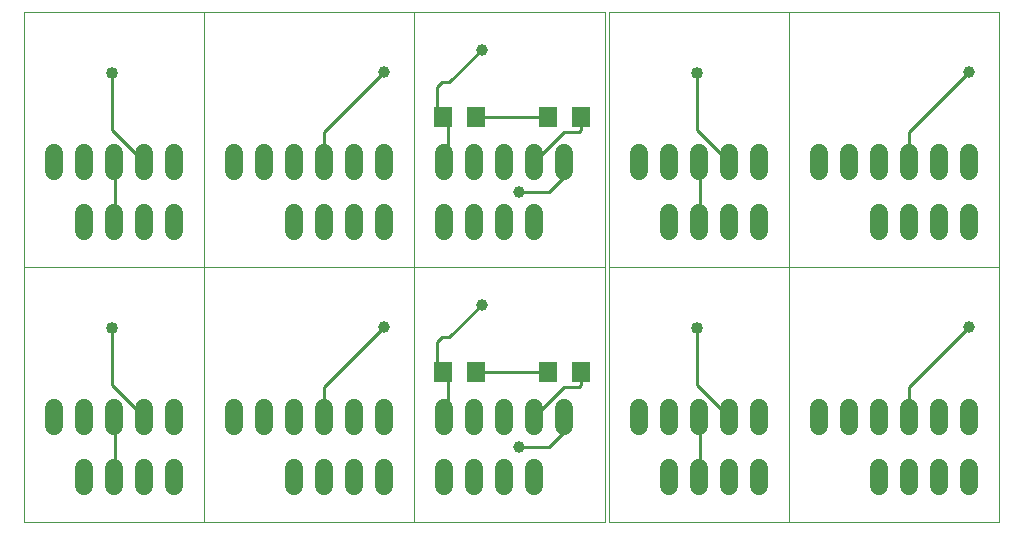
<source format=gbl>
G75*
%MOIN*%
%OFA0B0*%
%FSLAX24Y24*%
%IPPOS*%
%LPD*%
%AMOC8*
5,1,8,0,0,1.08239X$1,22.5*
%
%ADD10C,0.0000*%
%ADD11C,0.0600*%
%ADD12R,0.0630X0.0709*%
%ADD13C,0.0100*%
%ADD14C,0.0396*%
%ADD15C,0.0400*%
D10*
X000100Y000248D02*
X000100Y008744D01*
X000100Y008748D02*
X000100Y017244D01*
X000100Y017248D02*
X006100Y017248D01*
X013100Y017248D01*
X019470Y017248D01*
X019470Y017244D02*
X019470Y008748D01*
X013100Y008748D01*
X013100Y017248D01*
X019600Y017248D02*
X025600Y017248D01*
X032600Y017248D01*
X032600Y008748D01*
X025600Y008748D01*
X025600Y017248D01*
X019600Y017244D02*
X019600Y008748D01*
X025600Y008748D01*
X032600Y008748D01*
X032600Y000248D01*
X025600Y000248D01*
X025600Y008748D01*
X019600Y008748D01*
X019600Y008744D02*
X019600Y000248D01*
X025600Y000248D01*
X019470Y000248D02*
X019470Y008744D01*
X019470Y008748D02*
X013100Y008748D01*
X006100Y008748D01*
X006100Y017248D01*
X006100Y008748D02*
X000100Y008748D01*
X006100Y008748D01*
X013100Y008748D01*
X013100Y000248D01*
X019470Y000248D01*
X013100Y000248D02*
X006100Y000248D01*
X006100Y008748D01*
X006100Y000248D02*
X000100Y000248D01*
D11*
X002100Y001448D02*
X002100Y002048D01*
X003100Y002048D02*
X003100Y001448D01*
X004100Y001448D02*
X004100Y002048D01*
X005100Y002048D02*
X005100Y001448D01*
X005100Y003448D02*
X005100Y004048D01*
X004100Y004048D02*
X004100Y003448D01*
X003100Y003448D02*
X003100Y004048D01*
X002100Y004048D02*
X002100Y003448D01*
X001100Y003448D02*
X001100Y004048D01*
X007100Y004048D02*
X007100Y003448D01*
X008100Y003448D02*
X008100Y004048D01*
X009100Y004048D02*
X009100Y003448D01*
X010100Y003448D02*
X010100Y004048D01*
X011100Y004048D02*
X011100Y003448D01*
X012100Y003448D02*
X012100Y004048D01*
X014100Y004048D02*
X014100Y003448D01*
X015100Y003448D02*
X015100Y004048D01*
X016100Y004048D02*
X016100Y003448D01*
X017100Y003448D02*
X017100Y004048D01*
X018100Y004048D02*
X018100Y003448D01*
X020600Y003448D02*
X020600Y004048D01*
X021600Y004048D02*
X021600Y003448D01*
X022600Y003448D02*
X022600Y004048D01*
X023600Y004048D02*
X023600Y003448D01*
X024600Y003448D02*
X024600Y004048D01*
X026600Y004048D02*
X026600Y003448D01*
X027600Y003448D02*
X027600Y004048D01*
X028600Y004048D02*
X028600Y003448D01*
X029600Y003448D02*
X029600Y004048D01*
X030600Y004048D02*
X030600Y003448D01*
X031600Y003448D02*
X031600Y004048D01*
X031600Y002048D02*
X031600Y001448D01*
X030600Y001448D02*
X030600Y002048D01*
X029600Y002048D02*
X029600Y001448D01*
X028600Y001448D02*
X028600Y002048D01*
X024600Y002048D02*
X024600Y001448D01*
X023600Y001448D02*
X023600Y002048D01*
X022600Y002048D02*
X022600Y001448D01*
X021600Y001448D02*
X021600Y002048D01*
X017100Y002048D02*
X017100Y001448D01*
X016100Y001448D02*
X016100Y002048D01*
X015100Y002048D02*
X015100Y001448D01*
X014100Y001448D02*
X014100Y002048D01*
X012100Y002048D02*
X012100Y001448D01*
X011100Y001448D02*
X011100Y002048D01*
X010100Y002048D02*
X010100Y001448D01*
X009100Y001448D02*
X009100Y002048D01*
X009100Y009948D02*
X009100Y010548D01*
X010100Y010548D02*
X010100Y009948D01*
X011100Y009948D02*
X011100Y010548D01*
X012100Y010548D02*
X012100Y009948D01*
X014100Y009948D02*
X014100Y010548D01*
X015100Y010548D02*
X015100Y009948D01*
X016100Y009948D02*
X016100Y010548D01*
X017100Y010548D02*
X017100Y009948D01*
X017100Y011948D02*
X017100Y012548D01*
X016100Y012548D02*
X016100Y011948D01*
X015100Y011948D02*
X015100Y012548D01*
X014100Y012548D02*
X014100Y011948D01*
X012100Y011948D02*
X012100Y012548D01*
X011100Y012548D02*
X011100Y011948D01*
X010100Y011948D02*
X010100Y012548D01*
X009100Y012548D02*
X009100Y011948D01*
X008100Y011948D02*
X008100Y012548D01*
X007100Y012548D02*
X007100Y011948D01*
X005100Y011948D02*
X005100Y012548D01*
X004100Y012548D02*
X004100Y011948D01*
X003100Y011948D02*
X003100Y012548D01*
X002100Y012548D02*
X002100Y011948D01*
X001100Y011948D02*
X001100Y012548D01*
X002100Y010548D02*
X002100Y009948D01*
X003100Y009948D02*
X003100Y010548D01*
X004100Y010548D02*
X004100Y009948D01*
X005100Y009948D02*
X005100Y010548D01*
X018100Y011948D02*
X018100Y012548D01*
X020600Y012548D02*
X020600Y011948D01*
X021600Y011948D02*
X021600Y012548D01*
X022600Y012548D02*
X022600Y011948D01*
X023600Y011948D02*
X023600Y012548D01*
X024600Y012548D02*
X024600Y011948D01*
X026600Y011948D02*
X026600Y012548D01*
X027600Y012548D02*
X027600Y011948D01*
X028600Y011948D02*
X028600Y012548D01*
X029600Y012548D02*
X029600Y011948D01*
X030600Y011948D02*
X030600Y012548D01*
X031600Y012548D02*
X031600Y011948D01*
X031600Y010548D02*
X031600Y009948D01*
X030600Y009948D02*
X030600Y010548D01*
X029600Y010548D02*
X029600Y009948D01*
X028600Y009948D02*
X028600Y010548D01*
X024600Y010548D02*
X024600Y009948D01*
X023600Y009948D02*
X023600Y010548D01*
X022600Y010548D02*
X022600Y009948D01*
X021600Y009948D02*
X021600Y010548D01*
D12*
X018651Y013748D03*
X017549Y013748D03*
X015151Y013748D03*
X014049Y013748D03*
X014049Y005248D03*
X015151Y005248D03*
X017549Y005248D03*
X018651Y005248D03*
D13*
X018660Y004807D01*
X018600Y004748D01*
X018100Y004748D01*
X017100Y003748D01*
X018100Y003748D02*
X018100Y003248D01*
X017600Y002748D01*
X016600Y002748D01*
X016100Y001778D02*
X016100Y001748D01*
X014120Y003758D02*
X014100Y003748D01*
X014120Y003758D02*
X014210Y003848D01*
X014210Y005198D01*
X014049Y005248D01*
X013850Y005446D01*
X013850Y006248D01*
X014015Y006413D01*
X014265Y006413D01*
X015350Y007498D01*
X012100Y006748D02*
X010100Y004748D01*
X010100Y003748D01*
X011100Y001778D02*
X011100Y001748D01*
X015151Y005248D02*
X017549Y005248D01*
X022520Y004838D02*
X023600Y003758D01*
X023600Y003748D01*
X022610Y003668D02*
X022600Y003748D01*
X022610Y003668D02*
X022610Y001778D01*
X022600Y001748D01*
X023600Y001778D02*
X023600Y001748D01*
X022520Y004838D02*
X022520Y006728D01*
X022600Y010248D02*
X022610Y010278D01*
X022610Y012168D01*
X022600Y012248D01*
X023600Y012258D02*
X023600Y012248D01*
X023600Y012258D02*
X022520Y013338D01*
X022520Y015228D01*
X018651Y013748D02*
X018660Y013307D01*
X018600Y013248D01*
X018100Y013248D01*
X017100Y012248D01*
X018100Y012248D02*
X018100Y011748D01*
X017600Y011248D01*
X016600Y011248D01*
X016100Y010278D02*
X016100Y010248D01*
X014120Y012258D02*
X014100Y012248D01*
X014120Y012258D02*
X014210Y012348D01*
X014210Y013698D01*
X014049Y013748D01*
X013850Y013946D01*
X013850Y014748D01*
X014015Y014913D01*
X014265Y014913D01*
X015350Y015998D01*
X012100Y015248D02*
X010100Y013248D01*
X010100Y012248D01*
X011100Y010278D02*
X011100Y010248D01*
X015151Y013748D02*
X017549Y013748D01*
X023600Y010278D02*
X023600Y010248D01*
X029600Y012248D02*
X029600Y013248D01*
X031600Y015248D01*
X030600Y010278D02*
X030600Y010248D01*
X031600Y006748D02*
X029600Y004748D01*
X029600Y003748D01*
X030600Y001778D02*
X030600Y001748D01*
X004100Y001778D02*
X004100Y001748D01*
X003110Y001778D02*
X003100Y001748D01*
X003110Y001778D02*
X003110Y003668D01*
X003100Y003748D01*
X004100Y003758D02*
X004100Y003748D01*
X004100Y003758D02*
X003020Y004838D01*
X003020Y006728D01*
X003100Y010248D02*
X003110Y010278D01*
X003110Y012168D01*
X003100Y012248D01*
X004100Y012258D02*
X004100Y012248D01*
X004100Y012258D02*
X003020Y013338D01*
X003020Y015228D01*
X004100Y010278D02*
X004100Y010248D01*
D14*
X012100Y006748D03*
X015350Y007498D03*
X016600Y011248D03*
X012100Y015248D03*
X015350Y015998D03*
X031600Y015248D03*
X031600Y006748D03*
X016600Y002748D03*
D15*
X022520Y006728D03*
X022520Y015228D03*
X003020Y015228D03*
X003020Y006728D03*
M02*

</source>
